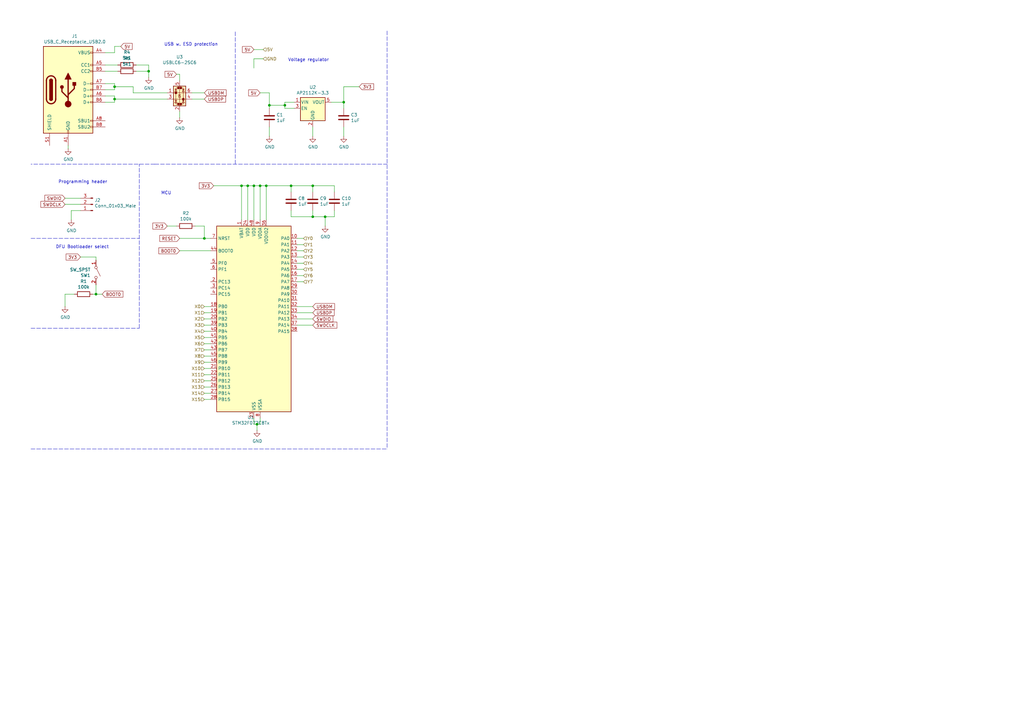
<source format=kicad_sch>
(kicad_sch (version 20250114) (generator "eeschema") (generator_version "9.0")
  (paper "A3")
  (lib_symbols
    (symbol "Connector:Conn_01x03_Male" (pin_names (offset 1.016) (hide yes))
      (property "Reference" "J" (at 0 5.08 0))
      (property "Value" "Connector_Conn_01x03_Male" (at 0 -5.08 0))
      (symbol "Conn_01x03_Male_1_1"
        (rectangle (start 0.8636 2.667) (end 0 2.413) (stroke (width 0.1524)) (fill (type outline)))
        (rectangle (start 0.8636 0.127) (end 0 -0.127) (stroke (width 0.1524)) (fill (type outline)))
        (rectangle (start 0.8636 -2.413) (end 0 -2.667) (stroke (width 0.1524)) (fill (type outline)))
        (polyline (pts (xy 1.27 2.54) (xy 0.8636 2.54)) (stroke (width 0.1524)))
        (polyline (pts (xy 1.27 0) (xy 0.8636 0)) (stroke (width 0.1524)))
        (polyline (pts (xy 1.27 -2.54) (xy 0.8636 -2.54)) (stroke (width 0.1524)))
        (pin passive line (at 5.08 2.54 180) (length 3.81) (name "Pin_1") (number "1"))
        (pin passive line (at 5.08 0 180) (length 3.81) (name "Pin_2") (number "2"))
        (pin passive line (at 5.08 -2.54 180) (length 3.81) (name "Pin_3") (number "3"))
      )
    )
    (symbol "Connector:USB_C_Receptacle_USB2.0" (pin_names (offset 1.016))
      (property "Reference" "J" (at -10.16 19.05 0))
      (property "Value" "Connector_USB_C_Receptacle_USB2.0" (at 19.05 19.05 0))
      (symbol "USB_C_Receptacle_USB2.0_0_0"
        (rectangle (start -0.254 -17.78) (end 0.254 -16.764))
        (rectangle (start 10.16 15.494) (end 9.144 14.986))
        (rectangle (start 10.16 10.414) (end 9.144 9.906))
        (rectangle (start 10.16 7.874) (end 9.144 7.366))
        (rectangle (start 10.16 2.794) (end 9.144 2.286))
        (rectangle (start 10.16 0.254) (end 9.144 -0.254))
        (rectangle (start 10.16 -2.286) (end 9.144 -2.794))
        (rectangle (start 10.16 -4.826) (end 9.144 -5.334))
        (rectangle (start 10.16 -12.446) (end 9.144 -12.954))
        (rectangle (start 10.16 -14.986) (end 9.144 -15.494))
      )
      (symbol "USB_C_Receptacle_USB2.0_0_1"
        (rectangle (start -10.16 17.78) (end 10.16 -17.78) (stroke (width 0.254)) (fill (type background)))
        (polyline (pts (xy -8.89 -3.81) (xy -8.89 3.81)) (stroke (width 0.508)))
        (rectangle (start -7.62 -3.81) (end -6.35 3.81) (stroke (width 0.254)) (fill (type outline)))
        (arc (start -8.89 3.81) (mid -6.985 5.715) (end -5.08 3.81) (stroke (width 0.508)))
        (arc (start -7.62 3.81) (mid -6.985 4.445) (end -6.35 3.81) (stroke (width 0.254)))
        (arc (start -7.62 3.81) (mid -6.985 4.445) (end -6.35 3.81) (stroke (width 0.254)) (fill (type outline)))
        (arc (start -6.35 -3.81) (mid -6.985 -4.445) (end -7.62 -3.81) (stroke (width 0.254)))
        (arc (start -6.35 -3.81) (mid -6.985 -4.445) (end -7.62 -3.81) (stroke (width 0.254)) (fill (type outline)))
        (arc (start -5.08 -3.81) (mid -6.985 -5.715) (end -8.89 -3.81) (stroke (width 0.508)))
        (polyline (pts (xy -5.08 3.81) (xy -5.08 -3.81)) (stroke (width 0.508)))
        (circle (center -2.54 1.143) (radius 0.635) (stroke (width 0.254)) (fill (type outline)))
        (polyline (pts (xy -1.27 4.318) (xy 0 6.858) (xy 1.27 4.318) (xy -1.27 4.318)) (stroke (width 0.254)) (fill (type outline)))
        (polyline (pts (xy 0 -2.032) (xy 2.54 0.508) (xy 2.54 1.778)) (stroke (width 0.508)))
        (polyline (pts (xy 0 -3.302) (xy -2.54 -0.762) (xy -2.54 0.508)) (stroke (width 0.508)))
        (polyline (pts (xy 0 -5.842) (xy 0 4.318)) (stroke (width 0.508)))
        (circle (center 0 -5.842) (radius 1.27) (fill (type outline)))
        (rectangle (start 1.905 1.778) (end 3.175 3.048) (stroke (width 0.254)) (fill (type outline)))
      )
      (symbol "USB_C_Receptacle_USB2.0_1_1"
        (pin passive line (at -7.62 -22.86 90) (length 5.08) (name "SHIELD") (number "S1"))
        (pin passive line (at 0 -22.86 90) (length 5.08) (name "GND") (number "A1"))
        (pin passive line (at 0 -22.86 90) (length 5.08) (hide yes) (name "GND") (number "A12"))
        (pin passive line (at 0 -22.86 90) (length 5.08) (hide yes) (name "GND") (number "B1"))
        (pin passive line (at 0 -22.86 90) (length 5.08) (hide yes) (name "GND") (number "B12"))
        (pin passive line (at 15.24 15.24 180) (length 5.08) (name "VBUS") (number "A4"))
        (pin passive line (at 15.24 15.24 180) (length 5.08) (hide yes) (name "VBUS") (number "A9"))
        (pin passive line (at 15.24 15.24 180) (length 5.08) (hide yes) (name "VBUS") (number "B4"))
        (pin passive line (at 15.24 15.24 180) (length 5.08) (hide yes) (name "VBUS") (number "B9"))
        (pin bidirectional line (at 15.24 10.16 180) (length 5.08) (name "CC1") (number "A5"))
        (pin bidirectional line (at 15.24 7.62 180) (length 5.08) (name "CC2") (number "B5"))
        (pin bidirectional line (at 15.24 2.54 180) (length 5.08) (name "D-") (number "A7"))
        (pin bidirectional line (at 15.24 0 180) (length 5.08) (name "D-") (number "B7"))
        (pin bidirectional line (at 15.24 -2.54 180) (length 5.08) (name "D+") (number "A6"))
        (pin bidirectional line (at 15.24 -5.08 180) (length 5.08) (name "D+") (number "B6"))
        (pin bidirectional line (at 15.24 -12.7 180) (length 5.08) (name "SBU1") (number "A8"))
        (pin bidirectional line (at 15.24 -15.24 180) (length 5.08) (name "SBU2") (number "B8"))
      )
    )
    (symbol "Device:C" (pin_numbers (hide yes)) (pin_names (offset 0.254))
      (property "Reference" "C" (at 0.635 2.54 0))
      (property "Value" "C" (at 0.635 -2.54 0))
      (symbol "C_0_1"
        (polyline (pts (xy -2.032 0.762) (xy 2.032 0.762)) (stroke (width 0.508)))
        (polyline (pts (xy -2.032 -0.762) (xy 2.032 -0.762)) (stroke (width 0.508)))
      )
      (symbol "C_1_1"
        (pin passive line (at 0 3.81 270) (length 2.794) (name "~") (number "1"))
        (pin passive line (at 0 -3.81 90) (length 2.794) (name "~") (number "2"))
      )
    )
    (symbol "Device:R" (pin_numbers (hide yes)) (pin_names (offset 0))
      (property "Reference" "R" (at 2.032 0 90))
      (property "Value" "R" (at 0 0 90))
      (symbol "R_0_1"
        (rectangle (start -1.016 -2.54) (end 1.016 2.54) (stroke (width 0.254)))
      )
      (symbol "R_1_1"
        (pin passive line (at 0 3.81 270) (length 1.27) (name "~") (number "1"))
        (pin passive line (at 0 -3.81 90) (length 1.27) (name "~") (number "2"))
      )
    )
    (symbol "MCU_ST_STM32F0:STM32F072C8Tx"
      (property "Reference" "U" (at -15.24 39.37 0))
      (property "Value" "STM32F072C8Tx" (at 7.62 39.37 0))
      (symbol "STM32F072C8Tx_0_1"
        (rectangle (start -15.24 -38.1) (end 15.24 38.1) (stroke (width 0.254)) (fill (type background)))
      )
      (symbol "STM32F072C8Tx_1_1"
        (pin input line (at -17.78 33.02 0) (length 2.54) (name "NRST") (number "7"))
        (pin input line (at -17.78 27.94 0) (length 2.54) (name "BOOT0") (number "44"))
        (pin bidirectional line (at -17.78 22.86 0) (length 2.54) (name "PF0") (number "5"))
        (pin bidirectional line (at -17.78 20.32 0) (length 2.54) (name "PF1") (number "6"))
        (pin bidirectional line (at -17.78 15.24 0) (length 2.54) (name "PC13") (number "2"))
        (pin bidirectional line (at -17.78 12.7 0) (length 2.54) (name "PC14") (number "3"))
        (pin bidirectional line (at -17.78 10.16 0) (length 2.54) (name "PC15") (number "4"))
        (pin bidirectional line (at -17.78 5.08 0) (length 2.54) (name "PB0") (number "18"))
        (pin bidirectional line (at -17.78 2.54 0) (length 2.54) (name "PB1") (number "19"))
        (pin bidirectional line (at -17.78 0 0) (length 2.54) (name "PB2") (number "20"))
        (pin bidirectional line (at -17.78 -2.54 0) (length 2.54) (name "PB3") (number "39"))
        (pin bidirectional line (at -17.78 -5.08 0) (length 2.54) (name "PB4") (number "40"))
        (pin bidirectional line (at -17.78 -7.62 0) (length 2.54) (name "PB5") (number "41"))
        (pin bidirectional line (at -17.78 -10.16 0) (length 2.54) (name "PB6") (number "42"))
        (pin bidirectional line (at -17.78 -12.7 0) (length 2.54) (name "PB7") (number "43"))
        (pin bidirectional line (at -17.78 -15.24 0) (length 2.54) (name "PB8") (number "45"))
        (pin bidirectional line (at -17.78 -17.78 0) (length 2.54) (name "PB9") (number "46"))
        (pin bidirectional line (at -17.78 -20.32 0) (length 2.54) (name "PB10") (number "21"))
        (pin bidirectional line (at -17.78 -22.86 0) (length 2.54) (name "PB11") (number "22"))
        (pin bidirectional line (at -17.78 -25.4 0) (length 2.54) (name "PB12") (number "25"))
        (pin bidirectional line (at -17.78 -27.94 0) (length 2.54) (name "PB13") (number "26"))
        (pin bidirectional line (at -17.78 -30.48 0) (length 2.54) (name "PB14") (number "27"))
        (pin bidirectional line (at -17.78 -33.02 0) (length 2.54) (name "PB15") (number "28"))
        (pin power_in line (at -5.08 40.64 270) (length 2.54) (name "VBAT") (number "1"))
        (pin power_in line (at -2.54 40.64 270) (length 2.54) (name "VDD") (number "24"))
        (pin power_in line (at 0 40.64 270) (length 2.54) (name "VDD") (number "48"))
        (pin power_in line (at 0 -40.64 90) (length 2.54) (name "VSS") (number "23"))
        (pin passive line (at 0 -40.64 90) (length 2.54) (hide yes) (name "VSS") (number "35"))
        (pin passive line (at 0 -40.64 90) (length 2.54) (hide yes) (name "VSS") (number "47"))
        (pin power_in line (at 2.54 40.64 270) (length 2.54) (name "VDDA") (number "9"))
        (pin power_in line (at 2.54 -40.64 90) (length 2.54) (name "VSSA") (number "8"))
        (pin power_in line (at 5.08 40.64 270) (length 2.54) (name "VDDIO2") (number "36"))
        (pin bidirectional line (at 17.78 33.02 180) (length 2.54) (name "PA0") (number "10"))
        (pin bidirectional line (at 17.78 30.48 180) (length 2.54) (name "PA1") (number "11"))
        (pin bidirectional line (at 17.78 27.94 180) (length 2.54) (name "PA2") (number "12"))
        (pin bidirectional line (at 17.78 25.4 180) (length 2.54) (name "PA3") (number "13"))
        (pin bidirectional line (at 17.78 22.86 180) (length 2.54) (name "PA4") (number "14"))
        (pin bidirectional line (at 17.78 20.32 180) (length 2.54) (name "PA5") (number "15"))
        (pin bidirectional line (at 17.78 17.78 180) (length 2.54) (name "PA6") (number "16"))
        (pin bidirectional line (at 17.78 15.24 180) (length 2.54) (name "PA7") (number "17"))
        (pin bidirectional line (at 17.78 12.7 180) (length 2.54) (name "PA8") (number "29"))
        (pin bidirectional line (at 17.78 10.16 180) (length 2.54) (name "PA9") (number "30"))
        (pin bidirectional line (at 17.78 7.62 180) (length 2.54) (name "PA10") (number "31"))
        (pin bidirectional line (at 17.78 5.08 180) (length 2.54) (name "PA11") (number "32"))
        (pin bidirectional line (at 17.78 2.54 180) (length 2.54) (name "PA12") (number "33"))
        (pin bidirectional line (at 17.78 0 180) (length 2.54) (name "PA13") (number "34"))
        (pin bidirectional line (at 17.78 -2.54 180) (length 2.54) (name "PA14") (number "37"))
        (pin bidirectional line (at 17.78 -5.08 180) (length 2.54) (name "PA15") (number "38"))
      )
    )
    (symbol "Power_Protection:USBLC6-2SC6" (pin_names (hide yes))
      (property "Reference" "U" (at 0.635 5.715 0))
      (property "Value" "USBLC6-2SC6" (at 0.635 3.81 0))
      (symbol "USBLC6-2SC6_0_0"
        (circle (center -1.524 0) (radius 0.0001) (stroke (width 0.508)))
        (circle (center -0.508 2.032) (radius 0.0001) (stroke (width 0.508)))
        (circle (center -0.508 -4.572) (radius 0.0001) (stroke (width 0.508)))
        (circle (center 0.508 2.032) (radius 0.0001) (stroke (width 0.508)))
        (circle (center 0.508 -4.572) (radius 0.0001) (stroke (width 0.508)))
        (circle (center 1.524 -2.54) (radius 0.0001) (stroke (width 0.508)))
      )
      (symbol "USBLC6-2SC6_0_1"
        (polyline (pts (xy -2.54 0) (xy 2.54 0)))
        (polyline (pts (xy -2.54 -2.54) (xy 2.54 -2.54)))
        (polyline (pts (xy -2.032 0.508) (xy -1.016 0.508) (xy -1.524 1.524) (xy -2.032 0.508)))
        (polyline (pts (xy -2.032 -3.048) (xy -1.016 -3.048)))
        (polyline (pts (xy -1.016 1.524) (xy -2.032 1.524)))
        (polyline (pts (xy -1.016 -4.064) (xy -2.032 -4.064) (xy -1.524 -3.048) (xy -1.016 -4.064)))
        (polyline (pts (xy -0.508 -1.143) (xy -0.508 -0.762) (xy 0.508 -0.762)))
        (polyline (pts (xy 0 2.54) (xy -0.508 2.032) (xy 0.508 2.032) (xy 0 1.524) (xy 0 -4.064) (xy -0.508 -4.572) (xy 0.508 -4.572) (xy 0 -5.08)))
        (polyline (pts (xy 0.508 -1.778) (xy -0.508 -1.778) (xy 0 -0.762) (xy 0.508 -1.778)))
        (polyline (pts (xy 1.016 1.524) (xy 2.032 1.524)))
        (polyline (pts (xy 1.016 -3.048) (xy 2.032 -3.048)))
        (polyline (pts (xy 2.032 0.508) (xy 1.016 0.508) (xy 1.524 1.524) (xy 2.032 0.508)))
        (polyline (pts (xy 2.032 -4.064) (xy 1.016 -4.064) (xy 1.524 -3.048) (xy 2.032 -4.064)))
      )
      (symbol "USBLC6-2SC6_1_1"
        (rectangle (start -2.54 2.794) (end 2.54 -5.334) (stroke (width 0.254)) (fill (type background)))
        (polyline (pts (xy -0.508 2.032) (xy -1.524 2.032) (xy -1.524 -4.572) (xy -0.508 -4.572)))
        (polyline (pts (xy 0.508 -4.572) (xy 1.524 -4.572) (xy 1.524 2.032) (xy 0.508 2.032)))
        (pin passive line (at -5.08 0 0) (length 2.54) (name "I/O1") (number "1"))
        (pin passive line (at -5.08 -2.54 0) (length 2.54) (name "I/O2") (number "3"))
        (pin passive line (at 0 5.08 270) (length 2.54) (name "VBUS") (number "5"))
        (pin passive line (at 0 -7.62 90) (length 2.54) (name "GND") (number "2"))
        (pin passive line (at 5.08 0 180) (length 2.54) (name "I/O1") (number "6"))
        (pin passive line (at 5.08 -2.54 180) (length 2.54) (name "I/O2") (number "4"))
      )
    )
    (symbol "Regulator_Linear:AP2112K-3.3" (pin_names (offset 0.254))
      (property "Reference" "U" (at -5.08 5.715 0))
      (property "Value" "AP2112K-3.3" (at 0 5.715 0))
      (symbol "AP2112K-3.3_0_1"
        (rectangle (start -5.08 4.445) (end 5.08 -5.08) (stroke (width 0.254)) (fill (type background)))
      )
      (symbol "AP2112K-3.3_1_1"
        (pin power_in line (at -7.62 2.54 0) (length 2.54) (name "VIN") (number "1"))
        (pin input line (at -7.62 0 0) (length 2.54) (name "EN") (number "3"))
        (pin power_in line (at 0 -7.62 90) (length 2.54) (name "GND") (number "2"))
        (pin no_connect line (at 5.08 0 180) (length 2.54) (hide yes) (name "NC") (number "4"))
        (pin power_out line (at 7.62 2.54 180) (length 2.54) (name "VOUT") (number "5"))
      )
    )
    (symbol "Switch:SW_SPST" (pin_names (offset 0) (hide yes))
      (property "Reference" "SW" (at 0 3.175 0))
      (property "Value" "SW_SPST" (at 0 -2.54 0))
      (symbol "SW_SPST_0_0"
        (circle (center -2.032 0) (radius 0.508))
        (polyline (pts (xy -1.524 0.254) (xy 1.524 1.778)))
        (circle (center 2.032 0) (radius 0.508))
      )
      (symbol "SW_SPST_1_1"
        (pin passive line (at -5.08 0 0) (length 2.54) (name "A") (number "1"))
        (pin passive line (at 5.08 0 180) (length 2.54) (name "B") (number "2"))
      )
    )
    (symbol "power:GND" (power) (pin_numbers (hide yes)) (pin_names (offset 0) (hide yes))
      (property "Value" "GND" (at 0 -3.81 0))
      (symbol "GND_0_1"
        (polyline (pts (xy 0 0) (xy 0 -1.27) (xy 1.27 -1.27) (xy 0 -2.54) (xy -1.27 -1.27) (xy 0 -1.27)))
      )
      (symbol "GND_1_1"
        (pin power_in line (at 0 0 270) (length 0) (name "~") (number "1"))
      )
    )
  )
  (text "Programming header" (at 23.876 75.438 0) (effects (font (size 1.27 1.27)) (justify left bottom)))
  (text "DFU Bootloader select" (at 22.86 102.108 0) (effects (font (size 1.27 1.27)) (justify left bottom)))
  (text "Voltage regulator" (at 118.11 25.4 0) (effects (font (size 1.27 1.27)) (justify left bottom)))
  (text "MCU" (at 66.04 80.01 0) (effects (font (size 1.27 1.27)) (justify left bottom)))
  (text "USB w. ESD protection" (at 67.31 19.05 0) (effects (font (size 1.27 1.27)) (justify left bottom)))
  (junction (at 119.38 76.2))
  (junction (at 46.99 35.56))
  (junction (at 140.97 41.91))
  (junction (at 39.37 120.65))
  (junction (at 133.35 88.9))
  (junction (at 105.41 173.99))
  (junction (at 46.99 40.64))
  (junction (at 60.96 29.21))
  (junction (at 128.27 76.2))
  (junction (at 104.14 76.2))
  (junction (at 99.06 76.2))
  (junction (at 101.6 76.2))
  (junction (at 109.22 76.2))
  (junction (at 83.82 97.79))
  (junction (at 116.84 43.18))
  (junction (at 110.49 43.18))
  (junction (at 128.27 88.9))
  (junction (at 106.68 76.2))
  (wire (pts (xy 46.99 40.64) (xy 68.58 40.64)))
  (polyline (pts (xy 96.52 67.31) (xy 96.52 12.7)) (stroke (width 0) (type dash)))
  (wire (pts (xy 106.68 76.2) (xy 109.22 76.2)))
  (wire (pts (xy 43.18 39.37) (xy 46.99 39.37)))
  (wire (pts (xy 83.82 161.29) (xy 86.36 161.29)))
  (wire (pts (xy 46.99 41.91) (xy 43.18 41.91)))
  (wire (pts (xy 55.88 29.21) (xy 60.96 29.21)))
  (polyline (pts (xy 12.7 134.62) (xy 57.15 134.62)) (stroke (width 0) (type dash)))
  (wire (pts (xy 119.38 76.2) (xy 128.27 76.2)))
  (wire (pts (xy 83.82 148.59) (xy 86.36 148.59)))
  (wire (pts (xy 121.92 125.73) (xy 128.27 125.73)))
  (wire (pts (xy 106.68 38.1) (xy 110.49 38.1)))
  (wire (pts (xy 46.99 21.59) (xy 43.18 21.59)))
  (wire (pts (xy 46.99 36.83) (xy 43.18 36.83)))
  (wire (pts (xy 43.18 34.29) (xy 46.99 34.29)))
  (wire (pts (xy 104.14 27.94) (xy 104.14 24.13)))
  (wire (pts (xy 128.27 76.2) (xy 128.27 78.74)))
  (wire (pts (xy 128.27 55.88) (xy 128.27 52.07)))
  (wire (pts (xy 120.65 44.45) (xy 116.84 44.45)))
  (polyline (pts (xy 63.5 67.31) (xy 12.7 67.31)) (stroke (width 0) (type dash)))
  (wire (pts (xy 60.96 29.21) (xy 60.96 31.75)))
  (wire (pts (xy 121.92 107.95) (xy 124.46 107.95)))
  (wire (pts (xy 54.61 38.1) (xy 54.61 35.56)))
  (wire (pts (xy 73.66 45.72) (xy 73.66 48.26)))
  (wire (pts (xy 68.58 92.71) (xy 72.39 92.71)))
  (wire (pts (xy 104.14 76.2) (xy 104.14 90.17)))
  (wire (pts (xy 133.35 88.9) (xy 137.16 88.9)))
  (wire (pts (xy 83.82 158.75) (xy 86.36 158.75)))
  (wire (pts (xy 38.1 120.65) (xy 39.37 120.65)))
  (wire (pts (xy 104.14 173.99) (xy 105.41 173.99)))
  (wire (pts (xy 116.84 44.45) (xy 116.84 43.18)))
  (wire (pts (xy 99.06 76.2) (xy 101.6 76.2)))
  (wire (pts (xy 26.67 120.65) (xy 26.67 125.73)))
  (wire (pts (xy 54.61 38.1) (xy 68.58 38.1)))
  (polyline (pts (xy 12.7 97.79) (xy 57.15 97.79)) (stroke (width 0) (type dash)))
  (wire (pts (xy 106.68 173.99) (xy 106.68 171.45)))
  (wire (pts (xy 83.82 163.83) (xy 86.36 163.83)))
  (wire (pts (xy 83.82 156.21) (xy 86.36 156.21)))
  (wire (pts (xy 105.41 176.53) (xy 105.41 173.99)))
  (wire (pts (xy 83.82 153.67) (xy 86.36 153.67)))
  (wire (pts (xy 109.22 76.2) (xy 109.22 90.17)))
  (wire (pts (xy 121.92 130.81) (xy 128.27 130.81)))
  (wire (pts (xy 106.68 76.2) (xy 106.68 90.17)))
  (wire (pts (xy 27.94 59.69) (xy 27.94 60.96)))
  (wire (pts (xy 135.89 41.91) (xy 140.97 41.91)))
  (wire (pts (xy 121.92 102.87) (xy 124.46 102.87)))
  (wire (pts (xy 133.35 92.71) (xy 133.35 88.9)))
  (wire (pts (xy 83.82 146.05) (xy 86.36 146.05)))
  (wire (pts (xy 121.92 105.41) (xy 124.46 105.41)))
  (wire (pts (xy 60.96 26.67) (xy 60.96 29.21)))
  (wire (pts (xy 83.82 143.51) (xy 86.36 143.51)))
  (wire (pts (xy 49.53 19.05) (xy 46.99 19.05)))
  (wire (pts (xy 121.92 97.79) (xy 124.46 97.79)))
  (wire (pts (xy 128.27 88.9) (xy 133.35 88.9)))
  (wire (pts (xy 121.92 110.49) (xy 124.46 110.49)))
  (wire (pts (xy 116.84 43.18) (xy 116.84 41.91)))
  (wire (pts (xy 26.67 83.82) (xy 33.02 83.82)))
  (wire (pts (xy 46.99 35.56) (xy 54.61 35.56)))
  (wire (pts (xy 46.99 35.56) (xy 46.99 36.83)))
  (wire (pts (xy 121.92 115.57) (xy 124.46 115.57)))
  (wire (pts (xy 29.21 90.17) (xy 29.21 86.36)))
  (wire (pts (xy 83.82 125.73) (xy 86.36 125.73)))
  (wire (pts (xy 48.26 26.67) (xy 43.18 26.67)))
  (wire (pts (xy 128.27 128.27) (xy 121.92 128.27)))
  (wire (pts (xy 104.14 76.2) (xy 106.68 76.2)))
  (polyline (pts (xy 63.5 67.31) (xy 158.75 67.31)) (stroke (width 0) (type dash)))
  (wire (pts (xy 110.49 38.1) (xy 110.49 43.18)))
  (wire (pts (xy 119.38 86.36) (xy 119.38 88.9)))
  (wire (pts (xy 83.82 151.13) (xy 86.36 151.13)))
  (wire (pts (xy 101.6 76.2) (xy 101.6 90.17)))
  (wire (pts (xy 121.92 100.33) (xy 124.46 100.33)))
  (wire (pts (xy 78.74 38.1) (xy 83.82 38.1)))
  (wire (pts (xy 110.49 43.18) (xy 116.84 43.18)))
  (wire (pts (xy 137.16 76.2) (xy 137.16 78.74)))
  (wire (pts (xy 116.84 41.91) (xy 120.65 41.91)))
  (wire (pts (xy 39.37 105.41) (xy 33.02 105.41)))
  (wire (pts (xy 119.38 76.2) (xy 119.38 78.74)))
  (wire (pts (xy 80.01 92.71) (xy 83.82 92.71)))
  (wire (pts (xy 87.63 76.2) (xy 99.06 76.2)))
  (wire (pts (xy 101.6 76.2) (xy 104.14 76.2)))
  (wire (pts (xy 78.74 40.64) (xy 83.82 40.64)))
  (wire (pts (xy 83.82 135.89) (xy 86.36 135.89)))
  (wire (pts (xy 83.82 140.97) (xy 86.36 140.97)))
  (wire (pts (xy 121.92 113.03) (xy 124.46 113.03)))
  (wire (pts (xy 83.82 130.81) (xy 86.36 130.81)))
  (wire (pts (xy 147.32 35.56) (xy 140.97 35.56)))
  (wire (pts (xy 46.99 19.05) (xy 46.99 21.59)))
  (wire (pts (xy 73.66 30.48) (xy 73.66 33.02)))
  (polyline (pts (xy 57.15 134.62) (xy 57.15 67.31)) (stroke (width 0) (type dash)))
  (wire (pts (xy 55.88 26.67) (xy 60.96 26.67)))
  (wire (pts (xy 128.27 133.35) (xy 121.92 133.35)))
  (wire (pts (xy 43.18 29.21) (xy 48.26 29.21)))
  (wire (pts (xy 140.97 35.56) (xy 140.97 41.91)))
  (polyline (pts (xy 12.7 184.15) (xy 158.75 184.15)) (stroke (width 0) (type dash)))
  (polyline (pts (xy 158.75 12.7) (xy 158.75 184.15)) (stroke (width 0) (type dash)))
  (wire (pts (xy 109.22 76.2) (xy 119.38 76.2)))
  (wire (pts (xy 46.99 34.29) (xy 46.99 35.56)))
  (wire (pts (xy 46.99 39.37) (xy 46.99 40.64)))
  (wire (pts (xy 128.27 86.36) (xy 128.27 88.9)))
  (wire (pts (xy 105.41 173.99) (xy 106.68 173.99)))
  (wire (pts (xy 83.82 128.27) (xy 86.36 128.27)))
  (wire (pts (xy 104.14 24.13) (xy 107.95 24.13)))
  (wire (pts (xy 39.37 120.65) (xy 41.91 120.65)))
  (wire (pts (xy 86.36 102.87) (xy 73.66 102.87)))
  (wire (pts (xy 39.37 106.68) (xy 39.37 105.41)))
  (wire (pts (xy 104.14 171.45) (xy 104.14 173.99)))
  (wire (pts (xy 99.06 76.2) (xy 99.06 90.17)))
  (wire (pts (xy 33.02 81.28) (xy 26.67 81.28)))
  (wire (pts (xy 83.82 92.71) (xy 83.82 97.79)))
  (wire (pts (xy 140.97 55.88) (xy 140.97 52.07)))
  (wire (pts (xy 137.16 86.36) (xy 137.16 88.9)))
  (wire (pts (xy 29.21 86.36) (xy 33.02 86.36)))
  (wire (pts (xy 119.38 88.9) (xy 128.27 88.9)))
  (wire (pts (xy 26.67 120.65) (xy 30.48 120.65)))
  (wire (pts (xy 39.37 116.84) (xy 39.37 120.65)))
  (wire (pts (xy 110.49 43.18) (xy 110.49 44.45)))
  (wire (pts (xy 73.66 97.79) (xy 83.82 97.79)))
  (wire (pts (xy 83.82 97.79) (xy 86.36 97.79)))
  (wire (pts (xy 104.14 20.32) (xy 107.95 20.32)))
  (wire (pts (xy 128.27 76.2) (xy 137.16 76.2)))
  (wire (pts (xy 140.97 41.91) (xy 140.97 44.45)))
  (wire (pts (xy 83.82 138.43) (xy 86.36 138.43)))
  (wire (pts (xy 72.39 30.48) (xy 73.66 30.48)))
  (wire (pts (xy 110.49 55.88) (xy 110.49 52.07)))
  (wire (pts (xy 83.82 133.35) (xy 86.36 133.35)))
  (wire (pts (xy 46.99 40.64) (xy 46.99 41.91)))
  (global_label "5V" (shape input) (at 104.14 20.32 180) (property "Intersheetrefs" "${INTERSHEET_REFS}" (effects (hide yes))))
  (global_label "3V3" (shape input) (at 68.58 92.71 180) (property "Intersheetrefs" "${INTERSHEET_REFS}" (effects (hide yes))))
  (global_label "USBDP" (shape input) (at 83.82 40.64 0) (property "Intersheetrefs" "${INTERSHEET_REFS}" (effects (hide yes))))
  (global_label "BOOT0" (shape input) (at 41.91 120.65 0) (property "Intersheetrefs" "${INTERSHEET_REFS}" (effects (hide yes))))
  (global_label "SWDCLK" (shape input) (at 128.27 133.35 0) (property "Intersheetrefs" "${INTERSHEET_REFS}" (effects (hide yes))))
  (global_label "SWDIO" (shape input) (at 26.67 81.28 180) (property "Intersheetrefs" "${INTERSHEET_REFS}" (effects (hide yes))))
  (global_label "3V3" (shape input) (at 87.63 76.2 180) (property "Intersheetrefs" "${INTERSHEET_REFS}" (effects (hide yes))))
  (global_label "3V3" (shape input) (at 33.02 105.41 180) (property "Intersheetrefs" "${INTERSHEET_REFS}" (effects (hide yes))))
  (global_label "5V" (shape input) (at 72.39 30.48 180) (property "Intersheetrefs" "${INTERSHEET_REFS}" (effects (hide yes))))
  (global_label "USBDP" (shape input) (at 128.27 128.27 0) (property "Intersheetrefs" "${INTERSHEET_REFS}" (effects (hide yes))))
  (global_label "BOOT0" (shape input) (at 73.66 102.87 180) (property "Intersheetrefs" "${INTERSHEET_REFS}" (effects (hide yes))))
  (global_label "SWDIO" (shape input) (at 128.27 130.81 0) (property "Intersheetrefs" "${INTERSHEET_REFS}" (effects (hide yes))))
  (global_label "USBDM" (shape input) (at 128.27 125.73 0) (property "Intersheetrefs" "${INTERSHEET_REFS}" (effects (hide yes))))
  (global_label "USBDM" (shape input) (at 83.82 38.1 0) (property "Intersheetrefs" "${INTERSHEET_REFS}" (effects (hide yes))))
  (global_label "5V" (shape input) (at 49.53 19.05 0) (property "Intersheetrefs" "${INTERSHEET_REFS}" (effects (hide yes))))
  (global_label "RESET" (shape input) (at 73.66 97.79 180) (property "Intersheetrefs" "${INTERSHEET_REFS}" (effects (hide yes))))
  (global_label "SWDCLK" (shape input) (at 26.67 83.82 180) (property "Intersheetrefs" "${INTERSHEET_REFS}" (effects (hide yes))))
  (global_label "5V" (shape input) (at 106.68 38.1 180) (property "Intersheetrefs" "${INTERSHEET_REFS}" (effects (hide yes))))
  (global_label "3V3" (shape input) (at 147.32 35.56 0) (property "Intersheetrefs" "${INTERSHEET_REFS}" (effects (hide yes))))
  (hierarchical_label "X10" (shape input) (at 83.82 151.13 180))
  (hierarchical_label "X13" (shape input) (at 83.82 158.75 180))
  (hierarchical_label "X6" (shape input) (at 83.82 140.97 180))
  (hierarchical_label "Y3" (shape input) (at 124.46 105.41 0))
  (hierarchical_label "X1" (shape input) (at 83.82 128.27 180))
  (hierarchical_label "X3" (shape input) (at 83.82 133.35 180))
  (hierarchical_label "Y2" (shape input) (at 124.46 102.87 0))
  (hierarchical_label "Y0" (shape input) (at 124.46 97.79 0))
  (hierarchical_label "X5" (shape input) (at 83.82 138.43 180))
  (hierarchical_label "GND" (shape input) (at 107.95 24.13 0))
  (hierarchical_label "Y1" (shape input) (at 124.46 100.33 0))
  (hierarchical_label "X12" (shape input) (at 83.82 156.21 180))
  (hierarchical_label "Y4" (shape input) (at 124.46 107.95 0))
  (hierarchical_label "X11" (shape input) (at 83.82 153.67 180))
  (hierarchical_label "Y6" (shape input) (at 124.46 113.03 0))
  (hierarchical_label "X2" (shape input) (at 83.82 130.81 180))
  (hierarchical_label "X9" (shape input) (at 83.82 148.59 180))
  (hierarchical_label "X15" (shape input) (at 83.82 163.83 180))
  (hierarchical_label "X7" (shape input) (at 83.82 143.51 180))
  (hierarchical_label "X14" (shape input) (at 83.82 161.29 180))
  (hierarchical_label "Y5" (shape input) (at 124.46 110.49 0))
  (hierarchical_label "X4" (shape input) (at 83.82 135.89 180))
  (hierarchical_label "Y7" (shape input) (at 124.46 115.57 0))
  (hierarchical_label "X8" (shape input) (at 83.82 146.05 180))
  (hierarchical_label "X0" (shape input) (at 83.82 125.73 180))
  (hierarchical_label "5V" (shape input) (at 107.95 20.32 0))
  (symbol (lib_id "Regulator_Linear:AP2112K-3.3") (at 128.27 44.45 0) (unit 1)
    (property "Reference" "U2" (at 128.27 35.7632 0))
    (property "Value" "AP2112K-3.3" (at 128.27 38.0746 0))
    (property "Footprint" "Package_TO_SOT_SMD:SOT-23-5" (effects (hide yes)))
    (property "Datasheet" "https://www.diodes.com/assets/Datasheets/AP2112.pdf" (effects (hide yes)))
  )
  (symbol (lib_id "Device:C") (at 140.97 48.26 0) (unit 1)
    (property "Reference" "C3" (at 143.891 47.0916 0) (effects (justify left)))
    (property "Value" "1uF" (at 143.891 49.403 0) (effects (justify left)))
    (property "Footprint" "Capacitor_SMD:C_0402_1005Metric" (effects (hide yes)))
  )
  (symbol (lib_id "Device:C") (at 110.49 48.26 0) (unit 1)
    (property "Reference" "C1" (at 113.411 47.0916 0) (effects (justify left)))
    (property "Value" "1uF" (at 113.411 49.403 0) (effects (justify left)))
    (property "Footprint" "Capacitor_SMD:C_0402_1005Metric" (effects (hide yes)))
  )
  (symbol (lib_id "Connector:USB_C_Receptacle_USB2.0") (at 27.94 36.83 0) (unit 1)
    (property "Reference" "J1" (at 30.6578 14.8082 0))
    (property "Value" "USB_C_Receptacle_USB2.0" (at 30.6578 17.1196 0))
    (property "Footprint" "footprints:USB_C_Receptacle_HRO_TYPE-C-31-M-12" (effects (hide yes)))
    (property "Datasheet" "https://www.usb.org/sites/default/files/documents/usb_type-c.zip" (effects (hide yes)))
  )
  (symbol (lib_id "Power_Protection:USBLC6-2SC6") (at 73.66 38.1 0) (unit 1)
    (property "Reference" "U3" (at 73.66 23.3426 0))
    (property "Value" "USBLC6-2SC6" (at 73.66 25.654 0))
    (property "Footprint" "Package_TO_SOT_SMD:SOT-23-6" (effects (hide yes)))
    (property "Datasheet" "https://www.st.com/resource/en/datasheet/usblc6-2.pdf" (effects (hide yes)))
  )
  (symbol (lib_id "Device:R") (at 52.07 26.67 270) (unit 1)
    (property "Reference" "R4" (at 52.07 21.4122 90))
    (property "Value" "5k1" (at 52.07 23.7236 90))
    (property "Footprint" "Resistor_SMD:R_0603_1608Metric" (effects (hide yes)))
  )
  (symbol (lib_id "Device:R") (at 52.07 29.21 270) (unit 1)
    (property "Reference" "R5" (at 52.07 23.9522 90))
    (property "Value" "5k1" (at 52.07 26.2636 90))
    (property "Footprint" "Resistor_SMD:R_0603_1608Metric" (effects (hide yes)))
  )
  (symbol (lib_id "power:GND") (at 60.96 31.75 0) (unit 1)
    (property "Reference" "#PWR0101" (effects (hide yes)))
    (property "Value" "GND" (at 61.087 36.1442 0))
  )
  (symbol (lib_id "power:GND") (at 27.94 60.96 0) (unit 1)
    (property "Reference" "#PWR0103" (effects (hide yes)))
    (property "Value" "GND" (at 28.067 65.3542 0))
  )
  (symbol (lib_id "power:GND") (at 140.97 55.88 0) (unit 1)
    (property "Reference" "#PWR0104" (effects (hide yes)))
    (property "Value" "GND" (at 141.097 60.2742 0))
  )
  (symbol (lib_id "power:GND") (at 73.66 48.26 0) (unit 1)
    (property "Reference" "#PWR0105" (effects (hide yes)))
    (property "Value" "GND" (at 73.787 52.6542 0))
  )
  (symbol (lib_id "power:GND") (at 110.49 55.88 0) (unit 1)
    (property "Reference" "#PWR0105" (effects (hide yes)))
    (property "Value" "GND" (at 110.617 60.2742 0))
  )
  (symbol (lib_id "power:GND") (at 128.27 55.88 0) (unit 1)
    (property "Reference" "#PWR0106" (effects (hide yes)))
    (property "Value" "GND" (at 128.397 60.2742 0))
  )
  (symbol (lib_id "power:GND") (at 105.41 176.53 0) (unit 1)
    (property "Reference" "#PWR0107" (effects (hide yes)))
    (property "Value" "GND" (at 105.537 180.9242 0))
  )
  (symbol (lib_id "Device:C") (at 119.38 82.55 0) (unit 1)
    (property "Reference" "C8" (at 122.301 81.3816 0) (effects (justify left)))
    (property "Value" "1uF" (at 122.301 83.693 0) (effects (justify left)))
    (property "Footprint" "Capacitor_SMD:C_0402_1005Metric" (effects (hide yes)))
    (property "LCSC" "C14663" (effects (hide yes)))
  )
  (symbol (lib_id "Device:C") (at 128.27 82.55 0) (unit 1)
    (property "Reference" "C9" (at 131.191 81.3816 0) (effects (justify left)))
    (property "Value" "1uF" (at 131.191 83.693 0) (effects (justify left)))
    (property "Footprint" "Capacitor_SMD:C_0402_1005Metric" (effects (hide yes)))
    (property "LCSC" "C14663" (effects (hide yes)))
  )
  (symbol (lib_id "Device:C") (at 137.16 82.55 0) (unit 1)
    (property "Reference" "C10" (at 140.081 81.3816 0) (effects (justify left)))
    (property "Value" "1uF" (at 140.081 83.693 0) (effects (justify left)))
    (property "Footprint" "Capacitor_SMD:C_0402_1005Metric" (effects (hide yes)))
    (property "LCSC" "C14663" (effects (hide yes)))
  )
  (symbol (lib_id "power:GND") (at 133.35 92.71 0) (unit 1)
    (property "Reference" "#PWR0108" (effects (hide yes)))
    (property "Value" "GND" (at 133.477 97.1042 0))
  )
  (symbol (lib_id "power:GND") (at 26.67 125.73 0) (unit 1)
    (property "Reference" "#PWR01" (effects (hide yes)))
    (property "Value" "GND" (at 26.797 130.1242 0))
  )
  (symbol (lib_id "Device:R") (at 34.29 120.65 90) (unit 1)
    (property "Reference" "R1" (at 34.29 115.3922 90))
    (property "Value" "100k" (at 34.29 117.7036 90))
    (property "Footprint" "Resistor_SMD:R_0402_1005Metric" (effects (hide yes)))
  )
  (symbol (lib_id "power:GND") (at 29.21 90.17 0) (unit 1)
    (property "Reference" "#PWR0118" (effects (hide yes)))
    (property "Value" "GND" (at 29.337 94.5642 0))
  )
  (symbol (lib_id "MCU_ST_STM32F0:STM32F072C8Tx") (at 104.14 130.81 0) (unit 1)
    (property "Reference" "U1" (at 102.87 171.1706 0))
    (property "Value" "STM32F072C8Tx" (at 102.87 173.482 0))
    (property "Footprint" "Package_QFP:LQFP-48_7x7mm_P0.5mm" (effects (hide yes)))
    (property "Datasheet" "http://www.st.com/st-web-ui/static/active/en/resource/technical/document/datasheet/DM00090510.pdf" (effects (hide yes)))
  )
  (symbol (lib_id "Switch:SW_SPST") (at 39.37 111.76 270) (unit 1)
    (property "Reference" "SW1" (at 37.1348 112.9284 90) (effects (justify right)))
    (property "Value" "SW_SPST" (at 37.1348 110.617 90) (effects (justify right)))
    (property "Footprint" "Button_Switch_SMD:SW_Push_1P1T_NO_CK_KMR2" (effects (hide yes)))
  )
  (symbol (lib_id "Device:R") (at 76.2 92.71 90) (unit 1)
    (property "Reference" "R2" (at 76.2 87.4522 90))
    (property "Value" "100k" (at 76.2 89.7636 90))
    (property "Footprint" "Resistor_SMD:R_0402_1005Metric" (effects (hide yes)))
  )
  (symbol (lib_id "Connector:Conn_01x03_Male") (at 38.1 83.82 180) (unit 1)
    (property "Reference" "J2" (at 38.8112 82.0928 0) (effects (justify right)))
    (property "Value" "Conn_01x03_Male" (at 38.8112 84.4042 0) (effects (justify right)))
    (property "Footprint" "Connector_PinHeader_2.54mm:PinHeader_1x03_P2.54mm_Vertical" (effects (hide yes)))
  )
)
</source>
